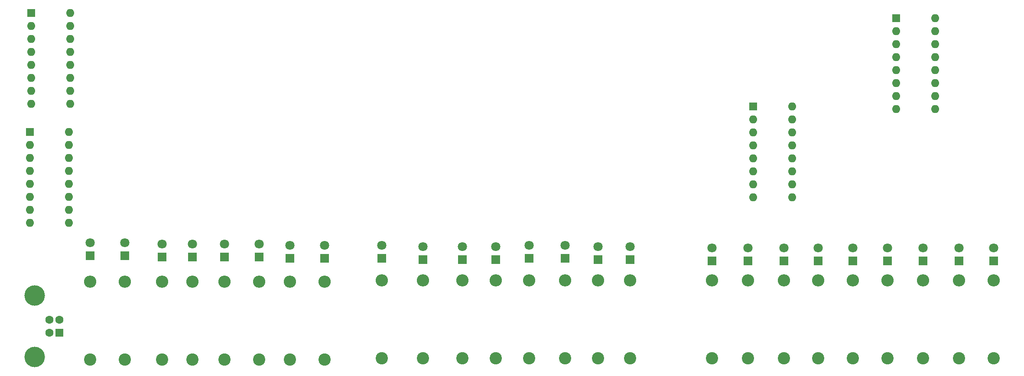
<source format=gbr>
%TF.GenerationSoftware,KiCad,Pcbnew,(5.1.9)-1*%
%TF.CreationDate,2021-06-05T08:41:14+03:00*%
%TF.ProjectId,AdderBreakoutV2,41646465-7242-4726-9561-6b6f75745632,rev?*%
%TF.SameCoordinates,Original*%
%TF.FileFunction,Soldermask,Top*%
%TF.FilePolarity,Negative*%
%FSLAX46Y46*%
G04 Gerber Fmt 4.6, Leading zero omitted, Abs format (unit mm)*
G04 Created by KiCad (PCBNEW (5.1.9)-1) date 2021-06-05 08:41:14*
%MOMM*%
%LPD*%
G01*
G04 APERTURE LIST*
%ADD10R,1.800000X1.800000*%
%ADD11C,1.800000*%
%ADD12R,1.600000X1.600000*%
%ADD13C,1.600000*%
%ADD14C,4.000000*%
%ADD15C,2.400000*%
%ADD16O,2.400000X2.400000*%
%ADD17O,1.600000X1.600000*%
G04 APERTURE END LIST*
D10*
%TO.C,D1*%
X54250000Y-168250000D03*
D11*
X54250000Y-165710000D03*
%TD*%
D10*
%TO.C,D2*%
X61000000Y-168250000D03*
D11*
X61000000Y-165710000D03*
%TD*%
D10*
%TO.C,D3*%
X68250000Y-168500000D03*
D11*
X68250000Y-165960000D03*
%TD*%
D10*
%TO.C,D4*%
X74250000Y-168500000D03*
D11*
X74250000Y-165960000D03*
%TD*%
D10*
%TO.C,D5*%
X80500000Y-168500000D03*
D11*
X80500000Y-165960000D03*
%TD*%
D10*
%TO.C,D6*%
X87250000Y-168500000D03*
D11*
X87250000Y-165960000D03*
%TD*%
D10*
%TO.C,D7*%
X93250000Y-168750000D03*
D11*
X93250000Y-166210000D03*
%TD*%
D10*
%TO.C,D8*%
X100000000Y-168750000D03*
D11*
X100000000Y-166210000D03*
%TD*%
D10*
%TO.C,D11*%
X111250000Y-168750000D03*
D11*
X111250000Y-166210000D03*
%TD*%
D10*
%TO.C,D12*%
X119250000Y-169000000D03*
D11*
X119250000Y-166460000D03*
%TD*%
%TO.C,D13*%
X127000000Y-166460000D03*
D10*
X127000000Y-169000000D03*
%TD*%
D11*
%TO.C,D14*%
X133500000Y-166460000D03*
D10*
X133500000Y-169000000D03*
%TD*%
D11*
%TO.C,D15*%
X140000000Y-166210000D03*
D10*
X140000000Y-168750000D03*
%TD*%
%TO.C,D16*%
X147000000Y-168750000D03*
D11*
X147000000Y-166210000D03*
%TD*%
D10*
%TO.C,D17*%
X153500000Y-169000000D03*
D11*
X153500000Y-166460000D03*
%TD*%
D10*
%TO.C,D18*%
X159750000Y-169000000D03*
D11*
X159750000Y-166460000D03*
%TD*%
D10*
%TO.C,D21*%
X175750000Y-169250000D03*
D11*
X175750000Y-166710000D03*
%TD*%
D10*
%TO.C,D22*%
X182750000Y-169250000D03*
D11*
X182750000Y-166710000D03*
%TD*%
D10*
%TO.C,D23*%
X189750000Y-169250000D03*
D11*
X189750000Y-166710000D03*
%TD*%
D10*
%TO.C,D24*%
X196500000Y-169250000D03*
D11*
X196500000Y-166710000D03*
%TD*%
D10*
%TO.C,D25*%
X203250000Y-169250000D03*
D11*
X203250000Y-166710000D03*
%TD*%
D10*
%TO.C,D26*%
X210000000Y-169250000D03*
D11*
X210000000Y-166710000D03*
%TD*%
D10*
%TO.C,D27*%
X217000000Y-169250000D03*
D11*
X217000000Y-166710000D03*
%TD*%
D10*
%TO.C,D28*%
X224000000Y-169250000D03*
D11*
X224000000Y-166710000D03*
%TD*%
%TO.C,D29*%
X230750000Y-166710000D03*
D10*
X230750000Y-169250000D03*
%TD*%
D12*
%TO.C,J1*%
X48250000Y-183250000D03*
D13*
X48250000Y-180750000D03*
X46250000Y-180750000D03*
X46250000Y-183250000D03*
D14*
X43390000Y-176000000D03*
X43390000Y-188000000D03*
%TD*%
D15*
%TO.C,R1*%
X54250000Y-188500000D03*
D16*
X54250000Y-173260000D03*
%TD*%
D15*
%TO.C,R2*%
X61000000Y-188500000D03*
D16*
X61000000Y-173260000D03*
%TD*%
%TO.C,R3*%
X68250000Y-173260000D03*
D15*
X68250000Y-188500000D03*
%TD*%
D16*
%TO.C,R4*%
X74250000Y-173260000D03*
D15*
X74250000Y-188500000D03*
%TD*%
D16*
%TO.C,R5*%
X80500000Y-173260000D03*
D15*
X80500000Y-188500000D03*
%TD*%
D16*
%TO.C,R6*%
X87250000Y-173260000D03*
D15*
X87250000Y-188500000D03*
%TD*%
%TO.C,R7*%
X93250000Y-188500000D03*
D16*
X93250000Y-173260000D03*
%TD*%
D15*
%TO.C,R8*%
X100000000Y-188500000D03*
D16*
X100000000Y-173260000D03*
%TD*%
%TO.C,R11*%
X111250000Y-173010000D03*
D15*
X111250000Y-188250000D03*
%TD*%
D16*
%TO.C,R12*%
X119250000Y-173010000D03*
D15*
X119250000Y-188250000D03*
%TD*%
%TO.C,R13*%
X127000000Y-188250000D03*
D16*
X127000000Y-173010000D03*
%TD*%
D15*
%TO.C,R14*%
X133500000Y-188250000D03*
D16*
X133500000Y-173010000D03*
%TD*%
D15*
%TO.C,R15*%
X140000000Y-188250000D03*
D16*
X140000000Y-173010000D03*
%TD*%
%TO.C,R16*%
X147000000Y-173010000D03*
D15*
X147000000Y-188250000D03*
%TD*%
D16*
%TO.C,R17*%
X153500000Y-173010000D03*
D15*
X153500000Y-188250000D03*
%TD*%
D16*
%TO.C,R18*%
X159750000Y-173010000D03*
D15*
X159750000Y-188250000D03*
%TD*%
D16*
%TO.C,R21*%
X175750000Y-173010000D03*
D15*
X175750000Y-188250000D03*
%TD*%
%TO.C,R22*%
X182750000Y-188250000D03*
D16*
X182750000Y-173010000D03*
%TD*%
%TO.C,R23*%
X189750000Y-173010000D03*
D15*
X189750000Y-188250000D03*
%TD*%
D16*
%TO.C,R24*%
X196500000Y-173010000D03*
D15*
X196500000Y-188250000D03*
%TD*%
%TO.C,R25*%
X203250000Y-188250000D03*
D16*
X203250000Y-173010000D03*
%TD*%
D15*
%TO.C,R26*%
X210000000Y-188250000D03*
D16*
X210000000Y-173010000D03*
%TD*%
D15*
%TO.C,R27*%
X217000000Y-188250000D03*
D16*
X217000000Y-173010000D03*
%TD*%
D15*
%TO.C,R28*%
X224000000Y-188250000D03*
D16*
X224000000Y-173010000D03*
%TD*%
D15*
%TO.C,R29*%
X230750000Y-188250000D03*
D16*
X230750000Y-173010000D03*
%TD*%
D12*
%TO.C,SW1*%
X42500000Y-144000000D03*
D17*
X50120000Y-161780000D03*
X42500000Y-146540000D03*
X50120000Y-159240000D03*
X42500000Y-149080000D03*
X50120000Y-156700000D03*
X42500000Y-151620000D03*
X50120000Y-154160000D03*
X42500000Y-154160000D03*
X50120000Y-151620000D03*
X42500000Y-156700000D03*
X50120000Y-149080000D03*
X42500000Y-159240000D03*
X50120000Y-146540000D03*
X42500000Y-161780000D03*
X50120000Y-144000000D03*
%TD*%
%TO.C,SW2*%
X50370000Y-120750000D03*
X42750000Y-138530000D03*
X50370000Y-123290000D03*
X42750000Y-135990000D03*
X50370000Y-125830000D03*
X42750000Y-133450000D03*
X50370000Y-128370000D03*
X42750000Y-130910000D03*
X50370000Y-130910000D03*
X42750000Y-128370000D03*
X50370000Y-133450000D03*
X42750000Y-125830000D03*
X50370000Y-135990000D03*
X42750000Y-123290000D03*
X50370000Y-138530000D03*
D12*
X42750000Y-120750000D03*
%TD*%
D17*
%TO.C,U1*%
X191370000Y-139000000D03*
X183750000Y-156780000D03*
X191370000Y-141540000D03*
X183750000Y-154240000D03*
X191370000Y-144080000D03*
X183750000Y-151700000D03*
X191370000Y-146620000D03*
X183750000Y-149160000D03*
X191370000Y-149160000D03*
X183750000Y-146620000D03*
X191370000Y-151700000D03*
X183750000Y-144080000D03*
X191370000Y-154240000D03*
X183750000Y-141540000D03*
X191370000Y-156780000D03*
D12*
X183750000Y-139000000D03*
%TD*%
%TO.C,U2*%
X211750000Y-121750000D03*
D17*
X219370000Y-139530000D03*
X211750000Y-124290000D03*
X219370000Y-136990000D03*
X211750000Y-126830000D03*
X219370000Y-134450000D03*
X211750000Y-129370000D03*
X219370000Y-131910000D03*
X211750000Y-131910000D03*
X219370000Y-129370000D03*
X211750000Y-134450000D03*
X219370000Y-126830000D03*
X211750000Y-136990000D03*
X219370000Y-124290000D03*
X211750000Y-139530000D03*
X219370000Y-121750000D03*
%TD*%
M02*

</source>
